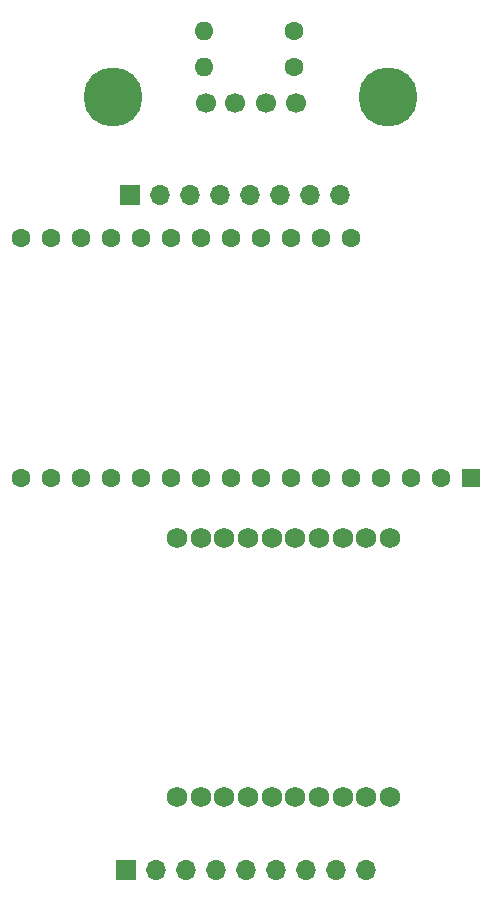
<source format=gbr>
%TF.GenerationSoftware,KiCad,Pcbnew,7.0.7*%
%TF.CreationDate,2023-09-12T20:42:17-04:00*%
%TF.ProjectId,Lora_Keypad2,4c6f7261-5f4b-4657-9970-6164322e6b69,v1*%
%TF.SameCoordinates,Original*%
%TF.FileFunction,Soldermask,Bot*%
%TF.FilePolarity,Negative*%
%FSLAX46Y46*%
G04 Gerber Fmt 4.6, Leading zero omitted, Abs format (unit mm)*
G04 Created by KiCad (PCBNEW 7.0.7) date 2023-09-12 20:42:17*
%MOMM*%
%LPD*%
G01*
G04 APERTURE LIST*
%ADD10R,1.700000X1.700000*%
%ADD11O,1.700000X1.700000*%
%ADD12C,5.000000*%
%ADD13C,1.700000*%
%ADD14C,1.600000*%
%ADD15O,1.600000X1.600000*%
%ADD16C,1.727200*%
%ADD17R,1.600000X1.600000*%
G04 APERTURE END LIST*
D10*
%TO.C,U1*%
X189547500Y-71355000D03*
D11*
X192087500Y-71355000D03*
X194627500Y-71355000D03*
X197167500Y-71355000D03*
X199707500Y-71355000D03*
X202247500Y-71355000D03*
X204787500Y-71355000D03*
X207327500Y-71355000D03*
D10*
X189230000Y-128505000D03*
D11*
X191770000Y-128505000D03*
X194310000Y-128505000D03*
X196850000Y-128505000D03*
X199390000Y-128505000D03*
X201930000Y-128505000D03*
X204470000Y-128505000D03*
X207010000Y-128505000D03*
X209550000Y-128505000D03*
%TD*%
D12*
%TO.C,J1*%
X211421000Y-63000000D03*
X188121000Y-63000000D03*
D13*
X195971000Y-63500000D03*
X198471000Y-63500000D03*
X201071000Y-63500000D03*
X203571000Y-63500000D03*
%TD*%
D14*
%TO.C,R3*%
X203454000Y-60452000D03*
D15*
X195834000Y-60452000D03*
%TD*%
D14*
%TO.C,R4*%
X203454000Y-57404000D03*
D15*
X195834000Y-57404000D03*
%TD*%
D16*
%TO.C,A2*%
X211551520Y-122326400D03*
X209550000Y-122326400D03*
X207551020Y-122326400D03*
X205549500Y-122326400D03*
X203550520Y-122326400D03*
X201551540Y-122326400D03*
X199550020Y-122326400D03*
X197551040Y-122326400D03*
X195549520Y-122326400D03*
X193550540Y-122326400D03*
X193550540Y-100330000D03*
X195549520Y-100330000D03*
X197551040Y-100330000D03*
X199550020Y-100330000D03*
X201551540Y-100330000D03*
X203550520Y-100330000D03*
X205549500Y-100330000D03*
X207551020Y-100330000D03*
X209550000Y-100330000D03*
X211551520Y-100330000D03*
%TD*%
D17*
%TO.C,A1*%
X218440000Y-95250000D03*
D14*
X215900000Y-95250000D03*
X213360000Y-95250000D03*
X210820000Y-95250000D03*
X208280000Y-95250000D03*
X205740000Y-95250000D03*
X203200000Y-95250000D03*
X200660000Y-95250000D03*
X198120000Y-95250000D03*
X195580000Y-95250000D03*
X193040000Y-95250000D03*
X190500000Y-95250000D03*
X187960000Y-95250000D03*
X185420000Y-95250000D03*
X182880000Y-95250000D03*
X180340000Y-95250000D03*
X180340000Y-74930000D03*
X182880000Y-74930000D03*
X185420000Y-74930000D03*
X187960000Y-74930000D03*
X190500000Y-74930000D03*
X193040000Y-74930000D03*
X195580000Y-74930000D03*
X198120000Y-74930000D03*
X200660000Y-74930000D03*
X203200000Y-74930000D03*
X205740000Y-74930000D03*
X208280000Y-74930000D03*
%TD*%
M02*

</source>
